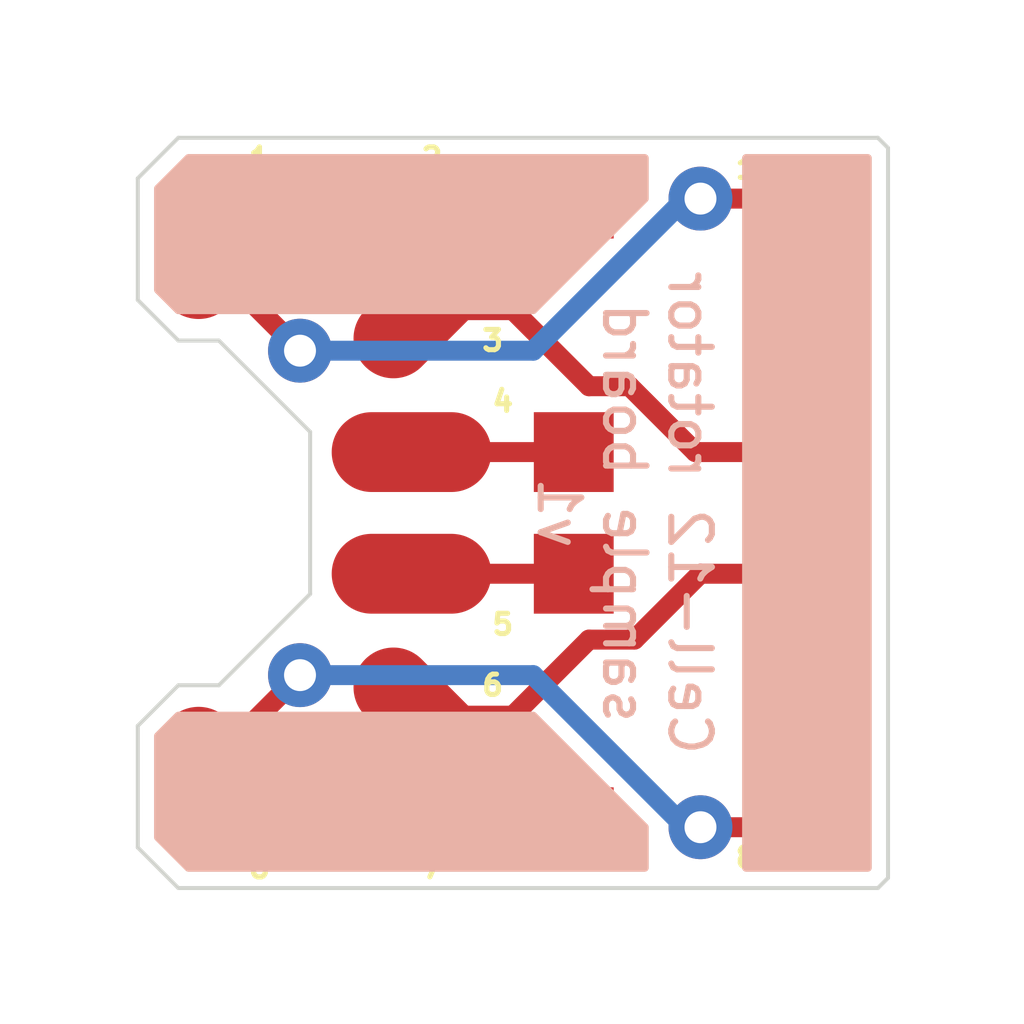
<source format=kicad_pcb>
(kicad_pcb (version 20171130) (host pcbnew 5.1.9)

  (general
    (thickness 1.6)
    (drawings 22)
    (tracks 32)
    (zones 0)
    (modules 16)
    (nets 9)
  )

  (page A4)
  (layers
    (0 F.Cu signal)
    (31 B.Cu signal)
    (32 B.Adhes user)
    (33 F.Adhes user)
    (34 B.Paste user)
    (35 F.Paste user)
    (36 B.SilkS user)
    (37 F.SilkS user)
    (38 B.Mask user)
    (39 F.Mask user)
    (40 Dwgs.User user)
    (41 Cmts.User user)
    (42 Eco1.User user)
    (43 Eco2.User user)
    (44 Edge.Cuts user)
    (45 Margin user)
    (46 B.CrtYd user)
    (47 F.CrtYd user)
    (48 B.Fab user)
    (49 F.Fab user hide)
  )

  (setup
    (last_trace_width 0.25)
    (trace_clearance 0.2)
    (zone_clearance 0.508)
    (zone_45_only no)
    (trace_min 0.1524)
    (via_size 0.8)
    (via_drill 0.4)
    (via_min_size 0.508)
    (via_min_drill 0.254)
    (uvia_size 0.508)
    (uvia_drill 0.254)
    (uvias_allowed no)
    (uvia_min_size 0.508)
    (uvia_min_drill 0.254)
    (edge_width 0.05)
    (segment_width 0.2)
    (pcb_text_width 0.3)
    (pcb_text_size 1.5 1.5)
    (mod_edge_width 0.12)
    (mod_text_size 1 1)
    (mod_text_width 0.15)
    (pad_size 1.524 1.524)
    (pad_drill 0.762)
    (pad_to_mask_clearance 0.0508)
    (aux_axis_origin 0 0)
    (visible_elements FFFFFF7F)
    (pcbplotparams
      (layerselection 0x010fc_ffffffff)
      (usegerberextensions false)
      (usegerberattributes true)
      (usegerberadvancedattributes true)
      (creategerberjobfile true)
      (excludeedgelayer true)
      (linewidth 0.100000)
      (plotframeref false)
      (viasonmask false)
      (mode 1)
      (useauxorigin false)
      (hpglpennumber 1)
      (hpglpenspeed 20)
      (hpglpendiameter 15.000000)
      (psnegative false)
      (psa4output false)
      (plotreference true)
      (plotvalue true)
      (plotinvisibletext false)
      (padsonsilk false)
      (subtractmaskfromsilk false)
      (outputformat 1)
      (mirror false)
      (drillshape 1)
      (scaleselection 1)
      (outputdirectory ""))
  )

  (net 0 "")
  (net 1 "Net-(J1-Pad1)")
  (net 2 "Net-(J2-Pad1)")
  (net 3 "Net-(J3-Pad1)")
  (net 4 "Net-(J4-Pad1)")
  (net 5 "Net-(J5-Pad1)")
  (net 6 "Net-(J6-Pad1)")
  (net 7 "Net-(J7-Pad1)")
  (net 8 "Net-(J8-Pad1)")

  (net_class Default "This is the default net class."
    (clearance 0.2)
    (trace_width 0.25)
    (via_dia 0.8)
    (via_drill 0.4)
    (uvia_dia 0.508)
    (uvia_drill 0.254)
    (add_net "Net-(J1-Pad1)")
    (add_net "Net-(J2-Pad1)")
    (add_net "Net-(J3-Pad1)")
    (add_net "Net-(J4-Pad1)")
    (add_net "Net-(J5-Pad1)")
    (add_net "Net-(J6-Pad1)")
    (add_net "Net-(J7-Pad1)")
    (add_net "Net-(J8-Pad1)")
  )

  (module cell-12-puck:wire_pad (layer F.Cu) (tedit 603FE6BB) (tstamp 60404317)
    (at 100.33 100.838)
    (path /6041B910)
    (fp_text reference 4 (at 1.143 -0.635) (layer F.SilkS)
      (effects (font (size 0.254 0.254) (thickness 0.0635)))
    )
    (fp_text value Conn_01x01 (at 0 -2.54) (layer F.Fab)
      (effects (font (size 1 1) (thickness 0.15)))
    )
    (pad 1 smd oval (at 0 0) (size 2 1) (layers F.Cu F.Paste F.Mask)
      (net 4 "Net-(J4-Pad1)"))
  )

  (module cell-12-puck:wire_pad (layer F.Cu) (tedit 603FE6BB) (tstamp 6040450B)
    (at 97.663 105.029 90)
    (path /604204FC)
    (fp_text reference 8 (at -1.016 0.762 180) (layer F.SilkS)
      (effects (font (size 0.254 0.254) (thickness 0.0635)))
    )
    (fp_text value Conn_01x01 (at 0 -2.54 90) (layer F.Fab)
      (effects (font (size 1 1) (thickness 0.15)))
    )
    (pad 1 smd oval (at 0 0 90) (size 2 1) (layers F.Cu F.Paste F.Mask)
      (net 8 "Net-(J8-Pad1)"))
  )

  (module cell-12-puck:wire_pad (layer F.Cu) (tedit 603FE6BB) (tstamp 60404506)
    (at 99.441 105.156 135)
    (path /604204EF)
    (fp_text reference 7 (at -1.436841 0.179605 180) (layer F.SilkS)
      (effects (font (size 0.254 0.254) (thickness 0.0635)))
    )
    (fp_text value Conn_01x01 (at 0 -2.54 135) (layer F.Fab)
      (effects (font (size 1 1) (thickness 0.15)))
    )
    (pad 1 smd oval (at 0 0 135) (size 2 1) (layers F.Cu F.Paste F.Mask)
      (net 7 "Net-(J7-Pad1)"))
  )

  (module cell-12-puck:wire_pad (layer F.Cu) (tedit 603FE6BB) (tstamp 60404501)
    (at 100.457 104.14 135)
    (path /604204E2)
    (fp_text reference 6 (at -0.35921 0.898026 180) (layer F.SilkS)
      (effects (font (size 0.254 0.254) (thickness 0.0635)))
    )
    (fp_text value Conn_01x01 (at 0 -2.54 135) (layer F.Fab)
      (effects (font (size 1 1) (thickness 0.15)))
    )
    (pad 1 smd oval (at 0 0 135) (size 2 1) (layers F.Cu F.Paste F.Mask)
      (net 6 "Net-(J6-Pad1)"))
  )

  (module cell-12-puck:wire_pad (layer F.Cu) (tedit 603FE6BB) (tstamp 604044FC)
    (at 100.33 102.362)
    (path /604204D5)
    (fp_text reference 5 (at 1.143 0.635) (layer F.SilkS)
      (effects (font (size 0.254 0.254) (thickness 0.0635)))
    )
    (fp_text value Conn_01x01 (at 0 -2.54) (layer F.Fab)
      (effects (font (size 1 1) (thickness 0.15)))
    )
    (pad 1 smd oval (at 0 0) (size 2 1) (layers F.Cu F.Paste F.Mask)
      (net 5 "Net-(J5-Pad1)"))
  )

  (module cell-12-puck:wire_pad (layer F.Cu) (tedit 603FE6BB) (tstamp 60404312)
    (at 100.457 99.06 45)
    (path /6041B903)
    (fp_text reference 3 (at 0.35921 0.898026) (layer F.SilkS)
      (effects (font (size 0.254 0.254) (thickness 0.0635)))
    )
    (fp_text value Conn_01x01 (at 0 -2.54 45) (layer F.Fab)
      (effects (font (size 1 1) (thickness 0.15)))
    )
    (pad 1 smd oval (at 0 0 45) (size 2 1) (layers F.Cu F.Paste F.Mask)
      (net 3 "Net-(J3-Pad1)"))
  )

  (module cell-12-puck:wire_pad (layer F.Cu) (tedit 603FE6BB) (tstamp 6040430D)
    (at 99.441 98.044 45)
    (path /60419E15)
    (fp_text reference 2 (at 1.436841 0.179605 180) (layer F.SilkS)
      (effects (font (size 0.254 0.254) (thickness 0.0635)))
    )
    (fp_text value Conn_01x01 (at 0 -2.54 45) (layer F.Fab)
      (effects (font (size 1 1) (thickness 0.15)))
    )
    (pad 1 smd oval (at 0 0 45) (size 2 1) (layers F.Cu F.Paste F.Mask)
      (net 2 "Net-(J2-Pad1)"))
  )

  (module cell-12-puck:wire_pad (layer F.Cu) (tedit 603FE6BB) (tstamp 60404308)
    (at 97.663 98.171 90)
    (path /603FE4C5)
    (fp_text reference 1 (at 1.016 0.762 180) (layer F.SilkS)
      (effects (font (size 0.254 0.254) (thickness 0.0635)))
    )
    (fp_text value Conn_01x01 (at 0 -2.54 90) (layer F.Fab)
      (effects (font (size 1 1) (thickness 0.15)))
    )
    (pad 1 smd oval (at 0 0 90) (size 2 1) (layers F.Cu F.Paste F.Mask)
      (net 1 "Net-(J1-Pad1)"))
  )

  (module cell-12-puck:sample_pad (layer F.Cu) (tedit 603FCDC8) (tstamp 604045B1)
    (at 105.537 105.537)
    (path /604204F6)
    (fp_text reference 8 (at -1.016 0.381) (layer F.SilkS)
      (effects (font (size 0.254 0.254) (thickness 0.0635)))
    )
    (fp_text value Conn_01x01 (at 0 -2.54) (layer F.Fab)
      (effects (font (size 1 1) (thickness 0.15)))
    )
    (pad 1 smd rect (at 0 0) (size 1 1) (layers F.Cu F.Paste F.Mask)
      (net 8 "Net-(J8-Pad1)"))
  )

  (module cell-12-puck:sample_pad (layer F.Cu) (tedit 603FCDC8) (tstamp 604047B8)
    (at 102.362 105.537)
    (path /604204E9)
    (fp_text reference P7 (at 1.778 2.286) (layer F.SilkS) hide
      (effects (font (size 1 1) (thickness 0.15)))
    )
    (fp_text value Conn_01x01 (at 0 -2.54) (layer F.Fab)
      (effects (font (size 1 1) (thickness 0.15)))
    )
    (pad 1 smd rect (at 0 0) (size 1 1) (layers F.Cu F.Paste F.Mask)
      (net 7 "Net-(J7-Pad1)"))
  )

  (module cell-12-puck:sample_pad (layer F.Cu) (tedit 603FCDC8) (tstamp 604045A7)
    (at 105.537 102.362)
    (path /604204DC)
    (fp_text reference 6 (at -0.889 0.381) (layer F.SilkS) hide
      (effects (font (size 0.254 0.254) (thickness 0.0635)))
    )
    (fp_text value Conn_01x01 (at 0 -2.54) (layer F.Fab)
      (effects (font (size 1 1) (thickness 0.15)))
    )
    (pad 1 smd rect (at 0 0) (size 1 1) (layers F.Cu F.Paste F.Mask)
      (net 6 "Net-(J6-Pad1)"))
  )

  (module cell-12-puck:sample_pad (layer F.Cu) (tedit 603FCDC8) (tstamp 604045A2)
    (at 102.362 102.362)
    (path /604204CF)
    (fp_text reference P5 (at 10.795 3.937) (layer F.SilkS) hide
      (effects (font (size 1 1) (thickness 0.15)))
    )
    (fp_text value Conn_01x01 (at 0 -2.54) (layer F.Fab)
      (effects (font (size 1 1) (thickness 0.15)))
    )
    (pad 1 smd rect (at 0 0) (size 1 1) (layers F.Cu F.Paste F.Mask)
      (net 5 "Net-(J5-Pad1)"))
  )

  (module cell-12-puck:sample_pad (layer F.Cu) (tedit 603FCDC8) (tstamp 6040459D)
    (at 102.362 100.838)
    (path /6041B90A)
    (fp_text reference P4 (at 9.398 -2.413) (layer F.SilkS) hide
      (effects (font (size 1 1) (thickness 0.15)))
    )
    (fp_text value Conn_01x01 (at 0 -2.54) (layer F.Fab)
      (effects (font (size 1 1) (thickness 0.15)))
    )
    (pad 1 smd rect (at 0 0) (size 1 1) (layers F.Cu F.Paste F.Mask)
      (net 4 "Net-(J4-Pad1)"))
  )

  (module cell-12-puck:sample_pad (layer F.Cu) (tedit 603FCDC8) (tstamp 60404598)
    (at 105.537 100.838)
    (path /6041B8FD)
    (fp_text reference 3 (at -0.889 -0.381) (layer F.SilkS) hide
      (effects (font (size 0.254 0.254) (thickness 0.0635)))
    )
    (fp_text value Conn_01x01 (at 0 -2.54) (layer F.Fab)
      (effects (font (size 1 1) (thickness 0.15)))
    )
    (pad 1 smd rect (at 0 0) (size 1 1) (layers F.Cu F.Paste F.Mask)
      (net 3 "Net-(J3-Pad1)"))
  )

  (module cell-12-puck:sample_pad (layer F.Cu) (tedit 603FCDC8) (tstamp 60404593)
    (at 102.362 97.663)
    (path /60419E0F)
    (fp_text reference P2 (at 0.127 -1.397) (layer F.SilkS) hide
      (effects (font (size 1 1) (thickness 0.15)))
    )
    (fp_text value Conn_01x01 (at 0 -2.54) (layer F.Fab)
      (effects (font (size 1 1) (thickness 0.15)))
    )
    (pad 1 smd rect (at 0 0) (size 1 1) (layers F.Cu F.Paste F.Mask)
      (net 2 "Net-(J2-Pad1)"))
  )

  (module cell-12-puck:sample_pad (layer F.Cu) (tedit 603FCDC8) (tstamp 6040458E)
    (at 105.537 97.663)
    (path /603FC3FC)
    (fp_text reference 1 (at -1.016 -0.381) (layer F.SilkS)
      (effects (font (size 0.254 0.254) (thickness 0.0635)))
    )
    (fp_text value Conn_01x01 (at 0 -2.54) (layer F.Fab)
      (effects (font (size 1 1) (thickness 0.15)))
    )
    (pad 1 smd rect (at 0 0) (size 1 1) (layers F.Cu F.Paste F.Mask)
      (net 1 "Net-(J1-Pad1)"))
  )

  (gr_poly (pts (xy 103.251 97.663) (xy 101.854 99.06) (xy 97.409 99.06) (xy 97.155 98.806) (xy 97.155 97.536) (xy 97.536 97.155) (xy 103.251 97.155)) (layer B.SilkS) (width 0.1))
  (gr_poly (pts (xy 106.045 106.045) (xy 104.521 106.045) (xy 104.521 97.155) (xy 106.045 97.155)) (layer B.SilkS) (width 0.1))
  (gr_poly (pts (xy 103.251 105.537) (xy 103.251 106.045) (xy 97.536 106.045) (xy 97.155 105.664) (xy 97.155 104.394) (xy 97.409 104.14) (xy 101.854 104.14)) (layer B.SilkS) (width 0.1))
  (gr_text "Cell-12 rotator\nsample board\nv1" (at 102.997 101.6 -90) (layer B.SilkS)
    (effects (font (size 0.508 0.508) (thickness 0.0762)) (justify mirror))
  )
  (gr_line (start 99.06 102.616) (end 99.06 100.584) (layer Edge.Cuts) (width 0.05) (tstamp 60416877))
  (gr_line (start 97.917 103.759) (end 99.06 102.616) (layer Edge.Cuts) (width 0.05))
  (gr_line (start 97.409 103.759) (end 97.917 103.759) (layer Edge.Cuts) (width 0.05))
  (gr_line (start 97.409 99.441) (end 97.917 99.441) (layer Edge.Cuts) (width 0.05) (tstamp 604167EF))
  (gr_line (start 97.917 99.441) (end 99.06 100.584) (layer Edge.Cuts) (width 0.05))
  (gr_line (start 96.901 97.409) (end 96.901 98.933) (layer Edge.Cuts) (width 0.05) (tstamp 604162CB))
  (gr_line (start 97.409 96.901) (end 96.901 97.409) (layer Edge.Cuts) (width 0.05))
  (gr_line (start 106.172 96.901) (end 97.409 96.901) (layer Edge.Cuts) (width 0.05))
  (gr_line (start 106.299 97.028) (end 106.172 96.901) (layer Edge.Cuts) (width 0.05))
  (gr_line (start 106.299 106.172) (end 106.299 97.028) (layer Edge.Cuts) (width 0.05))
  (gr_line (start 106.172 106.299) (end 106.299 106.172) (layer Edge.Cuts) (width 0.05))
  (gr_line (start 97.409 106.299) (end 106.172 106.299) (layer Edge.Cuts) (width 0.05))
  (gr_line (start 96.901 105.791) (end 97.409 106.299) (layer Edge.Cuts) (width 0.05))
  (gr_line (start 96.901 104.267) (end 96.901 105.791) (layer Edge.Cuts) (width 0.05))
  (gr_line (start 97.409 99.441) (end 96.901 98.933) (layer Edge.Cuts) (width 0.05))
  (gr_line (start 97.409 103.759) (end 96.901 104.267) (layer Edge.Cuts) (width 0.05))
  (gr_line (start 95.25 101.6) (end 107.95 101.6) (layer Dwgs.User) (width 0.15) (tstamp 60403D05))
  (gr_line (start 101.6 95.25) (end 101.6 107.95) (layer Dwgs.User) (width 0.15))

  (via (at 98.933 99.568) (size 0.8) (drill 0.4) (layers F.Cu B.Cu) (net 1))
  (segment (start 97.663 98.298) (end 98.933 99.568) (width 0.25) (layer F.Cu) (net 1))
  (segment (start 97.663 98.171) (end 97.663 98.298) (width 0.25) (layer F.Cu) (net 1))
  (segment (start 98.933 99.568) (end 101.854 99.568) (width 0.25) (layer B.Cu) (net 1))
  (segment (start 103.759 97.663) (end 103.9495 97.663) (width 0.25) (layer B.Cu) (net 1))
  (via (at 103.9495 97.663) (size 0.8) (drill 0.4) (layers F.Cu B.Cu) (net 1))
  (segment (start 101.854 99.568) (end 103.759 97.663) (width 0.25) (layer B.Cu) (net 1))
  (segment (start 103.9495 97.663) (end 105.537 97.663) (width 0.25) (layer F.Cu) (net 1))
  (segment (start 99.822 97.663) (end 102.362 97.663) (width 0.25) (layer F.Cu) (net 2))
  (segment (start 99.441 98.044) (end 99.822 97.663) (width 0.25) (layer F.Cu) (net 2))
  (segment (start 100.457 99.06) (end 101.6 99.06) (width 0.25) (layer F.Cu) (net 3))
  (segment (start 102.552999 100.012999) (end 103.060999 100.012999) (width 0.25) (layer F.Cu) (net 3))
  (segment (start 101.6 99.06) (end 102.552999 100.012999) (width 0.25) (layer F.Cu) (net 3))
  (segment (start 103.060999 100.012999) (end 103.886 100.838) (width 0.25) (layer F.Cu) (net 3))
  (segment (start 105.537 100.838) (end 103.886 100.838) (width 0.25) (layer F.Cu) (net 3))
  (segment (start 100.33 100.838) (end 102.362 100.838) (width 0.25) (layer F.Cu) (net 4))
  (segment (start 100.33 102.362) (end 102.362 102.362) (width 0.25) (layer F.Cu) (net 5))
  (segment (start 100.457 104.14) (end 101.6 104.14) (width 0.25) (layer F.Cu) (net 6))
  (segment (start 101.6 104.14) (end 102.552999 103.187001) (width 0.25) (layer F.Cu) (net 6))
  (segment (start 103.122001 103.187001) (end 103.947002 102.362) (width 0.25) (layer F.Cu) (net 6))
  (segment (start 102.552999 103.187001) (end 103.122001 103.187001) (width 0.25) (layer F.Cu) (net 6))
  (segment (start 105.537 102.362) (end 103.947002 102.362) (width 0.25) (layer F.Cu) (net 6))
  (segment (start 99.822 105.537) (end 102.362 105.537) (width 0.25) (layer F.Cu) (net 7))
  (segment (start 99.441 105.156) (end 99.822 105.537) (width 0.25) (layer F.Cu) (net 7))
  (via (at 98.933 103.632) (size 0.8) (drill 0.4) (layers F.Cu B.Cu) (net 8))
  (segment (start 97.663 104.902) (end 98.933 103.632) (width 0.25) (layer F.Cu) (net 8))
  (segment (start 97.663 105.029) (end 97.663 104.902) (width 0.25) (layer F.Cu) (net 8))
  (segment (start 98.933 103.632) (end 101.854 103.632) (width 0.25) (layer B.Cu) (net 8))
  (via (at 103.9495 105.537) (size 0.8) (drill 0.4) (layers F.Cu B.Cu) (net 8))
  (segment (start 103.759 105.537) (end 103.9495 105.537) (width 0.25) (layer B.Cu) (net 8))
  (segment (start 101.854 103.632) (end 103.759 105.537) (width 0.25) (layer B.Cu) (net 8))
  (segment (start 103.9495 105.537) (end 105.537 105.537) (width 0.25) (layer F.Cu) (net 8))

)

</source>
